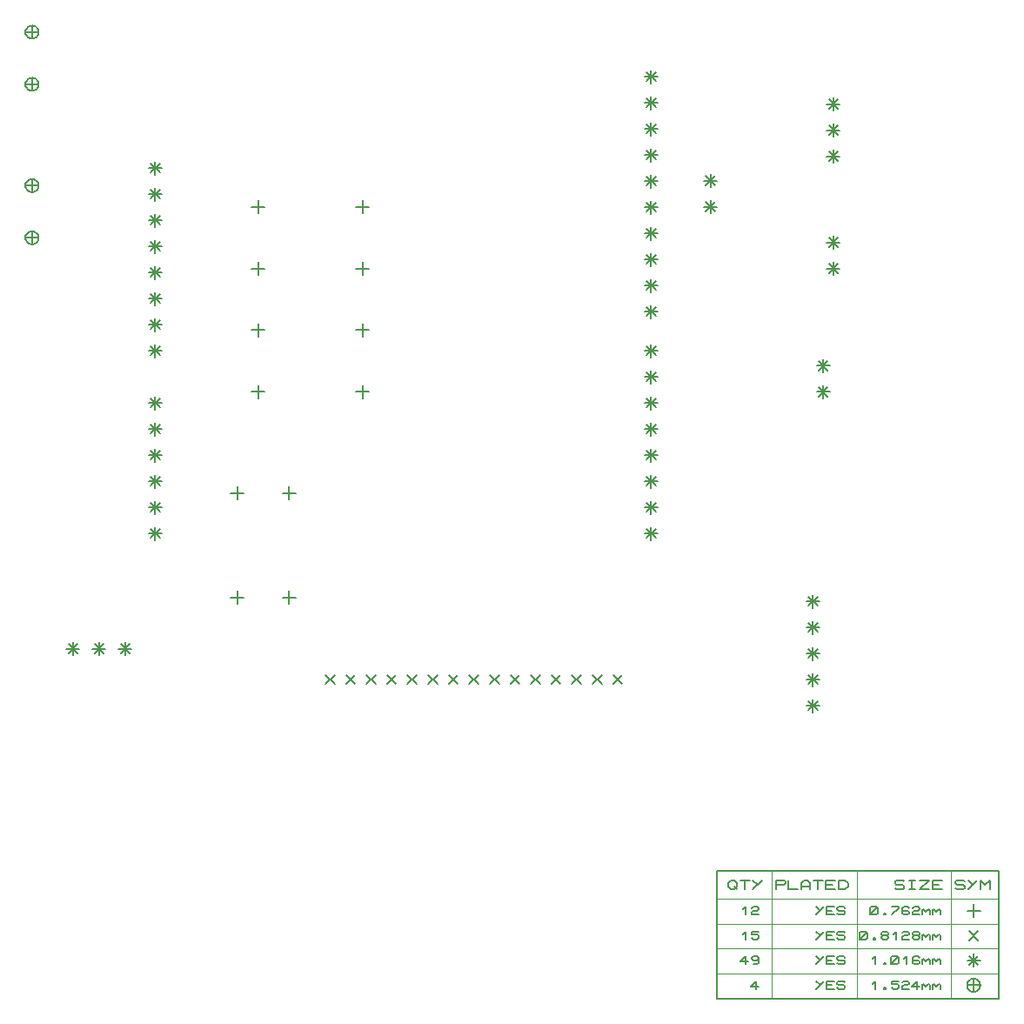
<source format=gbr>
G04 PROTEUS RS274X GERBER FILE*
%FSLAX45Y45*%
%MOMM*%
G01*
%ADD17C,0.203200*%
%ADD18C,0.127000*%
%ADD19C,0.063500*%
D17*
X+2900000Y+6841500D02*
X+2900000Y+6714500D01*
X+2963500Y+6778000D02*
X+2836500Y+6778000D01*
X+2944901Y+6822901D02*
X+2855099Y+6733099D01*
X+2944901Y+6733099D02*
X+2855099Y+6822901D01*
X+2900000Y+6587500D02*
X+2900000Y+6460500D01*
X+2963500Y+6524000D02*
X+2836500Y+6524000D01*
X+2944901Y+6568901D02*
X+2855099Y+6479099D01*
X+2944901Y+6479099D02*
X+2855099Y+6568901D01*
X+2900000Y+6333500D02*
X+2900000Y+6206500D01*
X+2963500Y+6270000D02*
X+2836500Y+6270000D01*
X+2944901Y+6314901D02*
X+2855099Y+6225099D01*
X+2944901Y+6225099D02*
X+2855099Y+6314901D01*
X+2900000Y+6079500D02*
X+2900000Y+5952500D01*
X+2963500Y+6016000D02*
X+2836500Y+6016000D01*
X+2944901Y+6060901D02*
X+2855099Y+5971099D01*
X+2944901Y+5971099D02*
X+2855099Y+6060901D01*
X+2900000Y+5825500D02*
X+2900000Y+5698500D01*
X+2963500Y+5762000D02*
X+2836500Y+5762000D01*
X+2944901Y+5806901D02*
X+2855099Y+5717099D01*
X+2944901Y+5717099D02*
X+2855099Y+5806901D01*
X+2900000Y+5571500D02*
X+2900000Y+5444500D01*
X+2963500Y+5508000D02*
X+2836500Y+5508000D01*
X+2944901Y+5552901D02*
X+2855099Y+5463099D01*
X+2944901Y+5463099D02*
X+2855099Y+5552901D01*
X+2900000Y+5317500D02*
X+2900000Y+5190500D01*
X+2963500Y+5254000D02*
X+2836500Y+5254000D01*
X+2944901Y+5298901D02*
X+2855099Y+5209099D01*
X+2944901Y+5209099D02*
X+2855099Y+5298901D01*
X+2900000Y+5063500D02*
X+2900000Y+4936500D01*
X+2963500Y+5000000D02*
X+2836500Y+5000000D01*
X+2944901Y+5044901D02*
X+2855099Y+4955099D01*
X+2944901Y+4955099D02*
X+2855099Y+5044901D01*
X+2900000Y+4555500D02*
X+2900000Y+4428500D01*
X+2963500Y+4492000D02*
X+2836500Y+4492000D01*
X+2944901Y+4536901D02*
X+2855099Y+4447099D01*
X+2944901Y+4447099D02*
X+2855099Y+4536901D01*
X+2900000Y+4301500D02*
X+2900000Y+4174500D01*
X+2963500Y+4238000D02*
X+2836500Y+4238000D01*
X+2944901Y+4282901D02*
X+2855099Y+4193099D01*
X+2944901Y+4193099D02*
X+2855099Y+4282901D01*
X+2900000Y+4047500D02*
X+2900000Y+3920500D01*
X+2963500Y+3984000D02*
X+2836500Y+3984000D01*
X+2944901Y+4028901D02*
X+2855099Y+3939099D01*
X+2944901Y+3939099D02*
X+2855099Y+4028901D01*
X+2900000Y+3793500D02*
X+2900000Y+3666500D01*
X+2963500Y+3730000D02*
X+2836500Y+3730000D01*
X+2944901Y+3774901D02*
X+2855099Y+3685099D01*
X+2944901Y+3685099D02*
X+2855099Y+3774901D01*
X+2900000Y+3539500D02*
X+2900000Y+3412500D01*
X+2963500Y+3476000D02*
X+2836500Y+3476000D01*
X+2944901Y+3520901D02*
X+2855099Y+3431099D01*
X+2944901Y+3431099D02*
X+2855099Y+3520901D01*
X+2900000Y+3285500D02*
X+2900000Y+3158500D01*
X+2963500Y+3222000D02*
X+2836500Y+3222000D01*
X+2944901Y+3266901D02*
X+2855099Y+3177099D01*
X+2944901Y+3177099D02*
X+2855099Y+3266901D01*
X+7726000Y+3285500D02*
X+7726000Y+3158500D01*
X+7789500Y+3222000D02*
X+7662500Y+3222000D01*
X+7770901Y+3266901D02*
X+7681099Y+3177099D01*
X+7770901Y+3177099D02*
X+7681099Y+3266901D01*
X+7726000Y+3539500D02*
X+7726000Y+3412500D01*
X+7789500Y+3476000D02*
X+7662500Y+3476000D01*
X+7770901Y+3520901D02*
X+7681099Y+3431099D01*
X+7770901Y+3431099D02*
X+7681099Y+3520901D01*
X+7726000Y+3793500D02*
X+7726000Y+3666500D01*
X+7789500Y+3730000D02*
X+7662500Y+3730000D01*
X+7770901Y+3774901D02*
X+7681099Y+3685099D01*
X+7770901Y+3685099D02*
X+7681099Y+3774901D01*
X+7726000Y+4047500D02*
X+7726000Y+3920500D01*
X+7789500Y+3984000D02*
X+7662500Y+3984000D01*
X+7770901Y+4028901D02*
X+7681099Y+3939099D01*
X+7770901Y+3939099D02*
X+7681099Y+4028901D01*
X+7726000Y+4301500D02*
X+7726000Y+4174500D01*
X+7789500Y+4238000D02*
X+7662500Y+4238000D01*
X+7770901Y+4282901D02*
X+7681099Y+4193099D01*
X+7770901Y+4193099D02*
X+7681099Y+4282901D01*
X+7726000Y+4555500D02*
X+7726000Y+4428500D01*
X+7789500Y+4492000D02*
X+7662500Y+4492000D01*
X+7770901Y+4536901D02*
X+7681099Y+4447099D01*
X+7770901Y+4447099D02*
X+7681099Y+4536901D01*
X+7726000Y+4809500D02*
X+7726000Y+4682500D01*
X+7789500Y+4746000D02*
X+7662500Y+4746000D01*
X+7770901Y+4790901D02*
X+7681099Y+4701099D01*
X+7770901Y+4701099D02*
X+7681099Y+4790901D01*
X+7726000Y+5063500D02*
X+7726000Y+4936500D01*
X+7789500Y+5000000D02*
X+7662500Y+5000000D01*
X+7770901Y+5044901D02*
X+7681099Y+4955099D01*
X+7770901Y+4955099D02*
X+7681099Y+5044901D01*
X+7726000Y+5444500D02*
X+7726000Y+5317500D01*
X+7789500Y+5381000D02*
X+7662500Y+5381000D01*
X+7770901Y+5425901D02*
X+7681099Y+5336099D01*
X+7770901Y+5336099D02*
X+7681099Y+5425901D01*
X+7726000Y+5698500D02*
X+7726000Y+5571500D01*
X+7789500Y+5635000D02*
X+7662500Y+5635000D01*
X+7770901Y+5679901D02*
X+7681099Y+5590099D01*
X+7770901Y+5590099D02*
X+7681099Y+5679901D01*
X+7726000Y+5952500D02*
X+7726000Y+5825500D01*
X+7789500Y+5889000D02*
X+7662500Y+5889000D01*
X+7770901Y+5933901D02*
X+7681099Y+5844099D01*
X+7770901Y+5844099D02*
X+7681099Y+5933901D01*
X+7726000Y+6206500D02*
X+7726000Y+6079500D01*
X+7789500Y+6143000D02*
X+7662500Y+6143000D01*
X+7770901Y+6187901D02*
X+7681099Y+6098099D01*
X+7770901Y+6098099D02*
X+7681099Y+6187901D01*
X+7726000Y+6460500D02*
X+7726000Y+6333500D01*
X+7789500Y+6397000D02*
X+7662500Y+6397000D01*
X+7770901Y+6441901D02*
X+7681099Y+6352099D01*
X+7770901Y+6352099D02*
X+7681099Y+6441901D01*
X+7726000Y+6714500D02*
X+7726000Y+6587500D01*
X+7789500Y+6651000D02*
X+7662500Y+6651000D01*
X+7770901Y+6695901D02*
X+7681099Y+6606099D01*
X+7770901Y+6606099D02*
X+7681099Y+6695901D01*
X+7726000Y+6968500D02*
X+7726000Y+6841500D01*
X+7789500Y+6905000D02*
X+7662500Y+6905000D01*
X+7770901Y+6949901D02*
X+7681099Y+6860099D01*
X+7770901Y+6860099D02*
X+7681099Y+6949901D01*
X+7726000Y+7222500D02*
X+7726000Y+7095500D01*
X+7789500Y+7159000D02*
X+7662500Y+7159000D01*
X+7770901Y+7203901D02*
X+7681099Y+7114099D01*
X+7770901Y+7114099D02*
X+7681099Y+7203901D01*
X+7726000Y+7476500D02*
X+7726000Y+7349500D01*
X+7789500Y+7413000D02*
X+7662500Y+7413000D01*
X+7770901Y+7457901D02*
X+7681099Y+7368099D01*
X+7770901Y+7368099D02*
X+7681099Y+7457901D01*
X+7726000Y+7730500D02*
X+7726000Y+7603500D01*
X+7789500Y+7667000D02*
X+7662500Y+7667000D01*
X+7770901Y+7711901D02*
X+7681099Y+7622099D01*
X+7770901Y+7622099D02*
X+7681099Y+7711901D01*
X+1763500Y+7592000D02*
X+1763275Y+7597335D01*
X+1761449Y+7608007D01*
X+1757624Y+7618679D01*
X+1751353Y+7629351D01*
X+1741780Y+7639819D01*
X+1731108Y+7647358D01*
X+1720436Y+7652122D01*
X+1709764Y+7654745D01*
X+1700000Y+7655500D01*
X+1636500Y+7592000D02*
X+1636725Y+7597335D01*
X+1638551Y+7608007D01*
X+1642376Y+7618679D01*
X+1648647Y+7629351D01*
X+1658220Y+7639819D01*
X+1668892Y+7647358D01*
X+1679564Y+7652122D01*
X+1690236Y+7654745D01*
X+1700000Y+7655500D01*
X+1636500Y+7592000D02*
X+1636725Y+7586665D01*
X+1638551Y+7575993D01*
X+1642376Y+7565321D01*
X+1648647Y+7554649D01*
X+1658220Y+7544181D01*
X+1668892Y+7536642D01*
X+1679564Y+7531878D01*
X+1690236Y+7529255D01*
X+1700000Y+7528500D01*
X+1763500Y+7592000D02*
X+1763275Y+7586665D01*
X+1761449Y+7575993D01*
X+1757624Y+7565321D01*
X+1751353Y+7554649D01*
X+1741780Y+7544181D01*
X+1731108Y+7536642D01*
X+1720436Y+7531878D01*
X+1709764Y+7529255D01*
X+1700000Y+7528500D01*
X+1700000Y+7655500D02*
X+1700000Y+7528500D01*
X+1763500Y+7592000D02*
X+1636500Y+7592000D01*
X+1763500Y+8100000D02*
X+1763275Y+8105335D01*
X+1761449Y+8116007D01*
X+1757624Y+8126679D01*
X+1751353Y+8137351D01*
X+1741780Y+8147819D01*
X+1731108Y+8155358D01*
X+1720436Y+8160122D01*
X+1709764Y+8162745D01*
X+1700000Y+8163500D01*
X+1636500Y+8100000D02*
X+1636725Y+8105335D01*
X+1638551Y+8116007D01*
X+1642376Y+8126679D01*
X+1648647Y+8137351D01*
X+1658220Y+8147819D01*
X+1668892Y+8155358D01*
X+1679564Y+8160122D01*
X+1690236Y+8162745D01*
X+1700000Y+8163500D01*
X+1636500Y+8100000D02*
X+1636725Y+8094665D01*
X+1638551Y+8083993D01*
X+1642376Y+8073321D01*
X+1648647Y+8062649D01*
X+1658220Y+8052181D01*
X+1668892Y+8044642D01*
X+1679564Y+8039878D01*
X+1690236Y+8037255D01*
X+1700000Y+8036500D01*
X+1763500Y+8100000D02*
X+1763275Y+8094665D01*
X+1761449Y+8083993D01*
X+1757624Y+8073321D01*
X+1751353Y+8062649D01*
X+1741780Y+8052181D01*
X+1731108Y+8044642D01*
X+1720436Y+8039878D01*
X+1709764Y+8037255D01*
X+1700000Y+8036500D01*
X+1700000Y+8163500D02*
X+1700000Y+8036500D01*
X+1763500Y+8100000D02*
X+1636500Y+8100000D01*
X+1763500Y+6100000D02*
X+1763275Y+6105335D01*
X+1761449Y+6116007D01*
X+1757624Y+6126679D01*
X+1751353Y+6137351D01*
X+1741780Y+6147819D01*
X+1731108Y+6155358D01*
X+1720436Y+6160122D01*
X+1709764Y+6162745D01*
X+1700000Y+6163500D01*
X+1636500Y+6100000D02*
X+1636725Y+6105335D01*
X+1638551Y+6116007D01*
X+1642376Y+6126679D01*
X+1648647Y+6137351D01*
X+1658220Y+6147819D01*
X+1668892Y+6155358D01*
X+1679564Y+6160122D01*
X+1690236Y+6162745D01*
X+1700000Y+6163500D01*
X+1636500Y+6100000D02*
X+1636725Y+6094665D01*
X+1638551Y+6083993D01*
X+1642376Y+6073321D01*
X+1648647Y+6062649D01*
X+1658220Y+6052181D01*
X+1668892Y+6044642D01*
X+1679564Y+6039878D01*
X+1690236Y+6037255D01*
X+1700000Y+6036500D01*
X+1763500Y+6100000D02*
X+1763275Y+6094665D01*
X+1761449Y+6083993D01*
X+1757624Y+6073321D01*
X+1751353Y+6062649D01*
X+1741780Y+6052181D01*
X+1731108Y+6044642D01*
X+1720436Y+6039878D01*
X+1709764Y+6037255D01*
X+1700000Y+6036500D01*
X+1700000Y+6163500D02*
X+1700000Y+6036500D01*
X+1763500Y+6100000D02*
X+1636500Y+6100000D01*
X+1763500Y+6608000D02*
X+1763275Y+6613335D01*
X+1761449Y+6624007D01*
X+1757624Y+6634679D01*
X+1751353Y+6645351D01*
X+1741780Y+6655819D01*
X+1731108Y+6663358D01*
X+1720436Y+6668122D01*
X+1709764Y+6670745D01*
X+1700000Y+6671500D01*
X+1636500Y+6608000D02*
X+1636725Y+6613335D01*
X+1638551Y+6624007D01*
X+1642376Y+6634679D01*
X+1648647Y+6645351D01*
X+1658220Y+6655819D01*
X+1668892Y+6663358D01*
X+1679564Y+6668122D01*
X+1690236Y+6670745D01*
X+1700000Y+6671500D01*
X+1636500Y+6608000D02*
X+1636725Y+6602665D01*
X+1638551Y+6591993D01*
X+1642376Y+6581321D01*
X+1648647Y+6570649D01*
X+1658220Y+6560181D01*
X+1668892Y+6552642D01*
X+1679564Y+6547878D01*
X+1690236Y+6545255D01*
X+1700000Y+6544500D01*
X+1763500Y+6608000D02*
X+1763275Y+6602665D01*
X+1761449Y+6591993D01*
X+1757624Y+6581321D01*
X+1751353Y+6570649D01*
X+1741780Y+6560181D01*
X+1731108Y+6552642D01*
X+1720436Y+6547878D01*
X+1709764Y+6545255D01*
X+1700000Y+6544500D01*
X+1700000Y+6671500D02*
X+1700000Y+6544500D01*
X+1763500Y+6608000D02*
X+1636500Y+6608000D01*
X+9500000Y+6955500D02*
X+9500000Y+6828500D01*
X+9563500Y+6892000D02*
X+9436500Y+6892000D01*
X+9544901Y+6936901D02*
X+9455099Y+6847099D01*
X+9544901Y+6847099D02*
X+9455099Y+6936901D01*
X+9500000Y+7209500D02*
X+9500000Y+7082500D01*
X+9563500Y+7146000D02*
X+9436500Y+7146000D01*
X+9544901Y+7190901D02*
X+9455099Y+7101099D01*
X+9544901Y+7101099D02*
X+9455099Y+7190901D01*
X+9500000Y+7463500D02*
X+9500000Y+7336500D01*
X+9563500Y+7400000D02*
X+9436500Y+7400000D01*
X+9544901Y+7444901D02*
X+9455099Y+7355099D01*
X+9544901Y+7355099D02*
X+9455099Y+7444901D01*
X+9500000Y+6117500D02*
X+9500000Y+5990500D01*
X+9563500Y+6054000D02*
X+9436500Y+6054000D01*
X+9544901Y+6098901D02*
X+9455099Y+6009099D01*
X+9544901Y+6009099D02*
X+9455099Y+6098901D01*
X+9500000Y+5863500D02*
X+9500000Y+5736500D01*
X+9563500Y+5800000D02*
X+9436500Y+5800000D01*
X+9544901Y+5844901D02*
X+9455099Y+5755099D01*
X+9544901Y+5755099D02*
X+9455099Y+5844901D01*
X+9400000Y+4917500D02*
X+9400000Y+4790500D01*
X+9463500Y+4854000D02*
X+9336500Y+4854000D01*
X+9444901Y+4898901D02*
X+9355099Y+4809099D01*
X+9444901Y+4809099D02*
X+9355099Y+4898901D01*
X+9400000Y+4663500D02*
X+9400000Y+4536500D01*
X+9463500Y+4600000D02*
X+9336500Y+4600000D01*
X+9444901Y+4644901D02*
X+9355099Y+4555099D01*
X+9444901Y+4555099D02*
X+9355099Y+4644901D01*
X+8303000Y+6463500D02*
X+8303000Y+6336500D01*
X+8366500Y+6400000D02*
X+8239500Y+6400000D01*
X+8347901Y+6444901D02*
X+8258099Y+6355099D01*
X+8347901Y+6355099D02*
X+8258099Y+6444901D01*
X+8303000Y+6717500D02*
X+8303000Y+6590500D01*
X+8366500Y+6654000D02*
X+8239500Y+6654000D01*
X+8347901Y+6698901D02*
X+8258099Y+6609099D01*
X+8347901Y+6609099D02*
X+8258099Y+6698901D01*
X+7444901Y+1844901D02*
X+7355099Y+1755099D01*
X+7444901Y+1755099D02*
X+7355099Y+1844901D01*
X+7244901Y+1844901D02*
X+7155099Y+1755099D01*
X+7244901Y+1755099D02*
X+7155099Y+1844901D01*
X+7044901Y+1844901D02*
X+6955099Y+1755099D01*
X+7044901Y+1755099D02*
X+6955099Y+1844901D01*
X+6844901Y+1844901D02*
X+6755099Y+1755099D01*
X+6844901Y+1755099D02*
X+6755099Y+1844901D01*
X+6644901Y+1844901D02*
X+6555099Y+1755099D01*
X+6644901Y+1755099D02*
X+6555099Y+1844901D01*
X+6444901Y+1844901D02*
X+6355099Y+1755099D01*
X+6444901Y+1755099D02*
X+6355099Y+1844901D01*
X+6244901Y+1844901D02*
X+6155099Y+1755099D01*
X+6244901Y+1755099D02*
X+6155099Y+1844901D01*
X+6044901Y+1844901D02*
X+5955099Y+1755099D01*
X+6044901Y+1755099D02*
X+5955099Y+1844901D01*
X+5844901Y+1844901D02*
X+5755099Y+1755099D01*
X+5844901Y+1755099D02*
X+5755099Y+1844901D01*
X+5644901Y+1844901D02*
X+5555099Y+1755099D01*
X+5644901Y+1755099D02*
X+5555099Y+1844901D01*
X+5444901Y+1844901D02*
X+5355099Y+1755099D01*
X+5444901Y+1755099D02*
X+5355099Y+1844901D01*
X+5244901Y+1844901D02*
X+5155099Y+1755099D01*
X+5244901Y+1755099D02*
X+5155099Y+1844901D01*
X+5044901Y+1844901D02*
X+4955099Y+1755099D01*
X+5044901Y+1755099D02*
X+4955099Y+1844901D01*
X+4844901Y+1844901D02*
X+4755099Y+1755099D01*
X+4844901Y+1755099D02*
X+4755099Y+1844901D01*
X+4644901Y+1844901D02*
X+4555099Y+1755099D01*
X+4644901Y+1755099D02*
X+4555099Y+1844901D01*
X+2100000Y+2163500D02*
X+2100000Y+2036500D01*
X+2163500Y+2100000D02*
X+2036500Y+2100000D01*
X+2144901Y+2144901D02*
X+2055099Y+2055099D01*
X+2144901Y+2055099D02*
X+2055099Y+2144901D01*
X+2354000Y+2163500D02*
X+2354000Y+2036500D01*
X+2417500Y+2100000D02*
X+2290500Y+2100000D01*
X+2398901Y+2144901D02*
X+2309099Y+2055099D01*
X+2398901Y+2055099D02*
X+2309099Y+2144901D01*
X+2608000Y+2163500D02*
X+2608000Y+2036500D01*
X+2671500Y+2100000D02*
X+2544500Y+2100000D01*
X+2652901Y+2144901D02*
X+2563099Y+2055099D01*
X+2652901Y+2055099D02*
X+2563099Y+2144901D01*
X+4916000Y+5263500D02*
X+4916000Y+5136500D01*
X+4979500Y+5200000D02*
X+4852500Y+5200000D01*
X+3900000Y+5263500D02*
X+3900000Y+5136500D01*
X+3963500Y+5200000D02*
X+3836500Y+5200000D01*
X+3700000Y+3679500D02*
X+3700000Y+3552500D01*
X+3763500Y+3616000D02*
X+3636500Y+3616000D01*
X+3700000Y+2663500D02*
X+3700000Y+2536500D01*
X+3763500Y+2600000D02*
X+3636500Y+2600000D01*
X+4200000Y+3679500D02*
X+4200000Y+3552500D01*
X+4263500Y+3616000D02*
X+4136500Y+3616000D01*
X+4200000Y+2663500D02*
X+4200000Y+2536500D01*
X+4263500Y+2600000D02*
X+4136500Y+2600000D01*
X+4916000Y+6463500D02*
X+4916000Y+6336500D01*
X+4979500Y+6400000D02*
X+4852500Y+6400000D01*
X+3900000Y+6463500D02*
X+3900000Y+6336500D01*
X+3963500Y+6400000D02*
X+3836500Y+6400000D01*
X+3900000Y+5863500D02*
X+3900000Y+5736500D01*
X+3963500Y+5800000D02*
X+3836500Y+5800000D01*
X+4916000Y+5863500D02*
X+4916000Y+5736500D01*
X+4979500Y+5800000D02*
X+4852500Y+5800000D01*
X+3900000Y+4663500D02*
X+3900000Y+4536500D01*
X+3963500Y+4600000D02*
X+3836500Y+4600000D01*
X+4916000Y+4663500D02*
X+4916000Y+4536500D01*
X+4979500Y+4600000D02*
X+4852500Y+4600000D01*
X+9300000Y+2625500D02*
X+9300000Y+2498500D01*
X+9363500Y+2562000D02*
X+9236500Y+2562000D01*
X+9344901Y+2606901D02*
X+9255099Y+2517099D01*
X+9344901Y+2517099D02*
X+9255099Y+2606901D01*
X+9300000Y+2371500D02*
X+9300000Y+2244500D01*
X+9363500Y+2308000D02*
X+9236500Y+2308000D01*
X+9344901Y+2352901D02*
X+9255099Y+2263099D01*
X+9344901Y+2263099D02*
X+9255099Y+2352901D01*
X+9300000Y+2117500D02*
X+9300000Y+1990500D01*
X+9363500Y+2054000D02*
X+9236500Y+2054000D01*
X+9344901Y+2098901D02*
X+9255099Y+2009099D01*
X+9344901Y+2009099D02*
X+9255099Y+2098901D01*
X+9300000Y+1863500D02*
X+9300000Y+1736500D01*
X+9363500Y+1800000D02*
X+9236500Y+1800000D01*
X+9344901Y+1844901D02*
X+9255099Y+1755099D01*
X+9344901Y+1755099D02*
X+9255099Y+1844901D01*
X+9300000Y+1609500D02*
X+9300000Y+1482500D01*
X+9363500Y+1546000D02*
X+9236500Y+1546000D01*
X+9344901Y+1590901D02*
X+9255099Y+1501099D01*
X+9344901Y+1501099D02*
X+9255099Y+1590901D01*
D18*
X+8364420Y-1308760D02*
X+11110160Y-1308760D01*
X+11110160Y-64160D01*
X+8364420Y-64160D01*
X+8364420Y-1308760D01*
D19*
X+10642798Y-64160D02*
X+10642798Y-1308760D01*
X+9728398Y-64160D02*
X+9728398Y-1308760D01*
X+8895278Y-64160D02*
X+8895278Y-1308760D01*
X+11110160Y-337210D02*
X+8364420Y-337210D01*
X+11110160Y-578510D02*
X+8364420Y-578510D01*
X+11110160Y-819810D02*
X+8364420Y-819810D01*
X+11110160Y-1061110D02*
X+8364420Y-1061110D01*
D18*
X+10687250Y-227990D02*
X+10702490Y-243230D01*
X+10763450Y-243230D01*
X+10778690Y-227990D01*
X+10778690Y-212750D01*
X+10763450Y-197510D01*
X+10702490Y-197510D01*
X+10687250Y-182270D01*
X+10687250Y-167030D01*
X+10702490Y-151790D01*
X+10763450Y-151790D01*
X+10778690Y-167030D01*
X+10900610Y-151790D02*
X+10809170Y-243230D01*
X+10809170Y-151790D02*
X+10854890Y-197510D01*
X+10931090Y-243230D02*
X+10931090Y-151790D01*
X+10976810Y-197510D01*
X+11022530Y-151790D01*
X+11022530Y-243230D01*
X+10097970Y-227990D02*
X+10113210Y-243230D01*
X+10174170Y-243230D01*
X+10189410Y-227990D01*
X+10189410Y-212750D01*
X+10174170Y-197510D01*
X+10113210Y-197510D01*
X+10097970Y-182270D01*
X+10097970Y-167030D01*
X+10113210Y-151790D01*
X+10174170Y-151790D01*
X+10189410Y-167030D01*
X+10235130Y-151790D02*
X+10296090Y-151790D01*
X+10265610Y-151790D02*
X+10265610Y-243230D01*
X+10235130Y-243230D02*
X+10296090Y-243230D01*
X+10341810Y-151790D02*
X+10433250Y-151790D01*
X+10341810Y-243230D01*
X+10433250Y-243230D01*
X+10555170Y-243230D02*
X+10463730Y-243230D01*
X+10463730Y-151790D01*
X+10555170Y-151790D01*
X+10463730Y-197510D02*
X+10524690Y-197510D01*
X+8939730Y-243230D02*
X+8939730Y-151790D01*
X+9015930Y-151790D01*
X+9031170Y-167030D01*
X+9031170Y-182270D01*
X+9015930Y-197510D01*
X+8939730Y-197510D01*
X+9061650Y-151790D02*
X+9061650Y-243230D01*
X+9153090Y-243230D01*
X+9183570Y-243230D02*
X+9183570Y-182270D01*
X+9214050Y-151790D01*
X+9244530Y-151790D01*
X+9275010Y-182270D01*
X+9275010Y-243230D01*
X+9183570Y-212750D02*
X+9275010Y-212750D01*
X+9305490Y-151790D02*
X+9396930Y-151790D01*
X+9351210Y-151790D02*
X+9351210Y-243230D01*
X+9518850Y-243230D02*
X+9427410Y-243230D01*
X+9427410Y-151790D01*
X+9518850Y-151790D01*
X+9427410Y-197510D02*
X+9488370Y-197510D01*
X+9549330Y-243230D02*
X+9549330Y-151790D01*
X+9610290Y-151790D01*
X+9640770Y-182270D01*
X+9640770Y-212750D01*
X+9610290Y-243230D01*
X+9549330Y-243230D01*
X+8472370Y-182270D02*
X+8502850Y-151790D01*
X+8533330Y-151790D01*
X+8563810Y-182270D01*
X+8563810Y-212750D01*
X+8533330Y-243230D01*
X+8502850Y-243230D01*
X+8472370Y-212750D01*
X+8472370Y-182270D01*
X+8533330Y-212750D02*
X+8563810Y-243230D01*
X+8594290Y-151790D02*
X+8685730Y-151790D01*
X+8640010Y-151790D02*
X+8640010Y-243230D01*
X+8807650Y-151790D02*
X+8716210Y-243230D01*
X+8716210Y-151790D02*
X+8761930Y-197510D01*
D17*
X+10863780Y-388010D02*
X+10863780Y-515010D01*
X+10927280Y-451510D02*
X+10800280Y-451510D01*
D18*
X+9855400Y-476910D02*
X+9855400Y-426110D01*
X+9868100Y-413410D01*
X+9918900Y-413410D01*
X+9931600Y-426110D01*
X+9931600Y-476910D01*
X+9918900Y-489610D01*
X+9868100Y-489610D01*
X+9855400Y-476910D01*
X+9855400Y-489610D02*
X+9931600Y-413410D01*
X+9995100Y-476910D02*
X+10007800Y-476910D01*
X+10007800Y-489610D01*
X+9995100Y-489610D01*
X+9995100Y-476910D01*
X+10071300Y-413410D02*
X+10134800Y-413410D01*
X+10134800Y-426110D01*
X+10071300Y-489610D01*
X+10236400Y-426110D02*
X+10223700Y-413410D01*
X+10185600Y-413410D01*
X+10172900Y-426110D01*
X+10172900Y-476910D01*
X+10185600Y-489610D01*
X+10223700Y-489610D01*
X+10236400Y-476910D01*
X+10236400Y-464210D01*
X+10223700Y-451510D01*
X+10172900Y-451510D01*
X+10274500Y-426110D02*
X+10287200Y-413410D01*
X+10325300Y-413410D01*
X+10338000Y-426110D01*
X+10338000Y-438810D01*
X+10325300Y-451510D01*
X+10287200Y-451510D01*
X+10274500Y-464210D01*
X+10274500Y-489610D01*
X+10338000Y-489610D01*
X+10363400Y-489610D02*
X+10363400Y-438810D01*
X+10363400Y-451510D02*
X+10376100Y-438810D01*
X+10401500Y-464210D01*
X+10426900Y-438810D01*
X+10439600Y-451510D01*
X+10439600Y-489610D01*
X+10465000Y-489610D02*
X+10465000Y-438810D01*
X+10465000Y-451510D02*
X+10477700Y-438810D01*
X+10503100Y-464210D01*
X+10528500Y-438810D01*
X+10541200Y-451510D01*
X+10541200Y-489610D01*
X+9410900Y-413410D02*
X+9334700Y-489610D01*
X+9334700Y-413410D02*
X+9372800Y-451510D01*
X+9512500Y-489610D02*
X+9436300Y-489610D01*
X+9436300Y-413410D01*
X+9512500Y-413410D01*
X+9436300Y-451510D02*
X+9487100Y-451510D01*
X+9537900Y-476910D02*
X+9550600Y-489610D01*
X+9601400Y-489610D01*
X+9614100Y-476910D01*
X+9614100Y-464210D01*
X+9601400Y-451510D01*
X+9550600Y-451510D01*
X+9537900Y-438810D01*
X+9537900Y-426110D01*
X+9550600Y-413410D01*
X+9601400Y-413410D01*
X+9614100Y-426110D01*
X+8615880Y-438810D02*
X+8641280Y-413410D01*
X+8641280Y-489610D01*
X+8704780Y-426110D02*
X+8717480Y-413410D01*
X+8755580Y-413410D01*
X+8768280Y-426110D01*
X+8768280Y-438810D01*
X+8755580Y-451510D01*
X+8717480Y-451510D01*
X+8704780Y-464210D01*
X+8704780Y-489610D01*
X+8768280Y-489610D01*
D17*
X+10908681Y-647909D02*
X+10818879Y-737711D01*
X+10908681Y-737711D02*
X+10818879Y-647909D01*
D18*
X+9753800Y-718210D02*
X+9753800Y-667410D01*
X+9766500Y-654710D01*
X+9817300Y-654710D01*
X+9830000Y-667410D01*
X+9830000Y-718210D01*
X+9817300Y-730910D01*
X+9766500Y-730910D01*
X+9753800Y-718210D01*
X+9753800Y-730910D02*
X+9830000Y-654710D01*
X+9893500Y-718210D02*
X+9906200Y-718210D01*
X+9906200Y-730910D01*
X+9893500Y-730910D01*
X+9893500Y-718210D01*
X+9982400Y-692810D02*
X+9969700Y-680110D01*
X+9969700Y-667410D01*
X+9982400Y-654710D01*
X+10020500Y-654710D01*
X+10033200Y-667410D01*
X+10033200Y-680110D01*
X+10020500Y-692810D01*
X+9982400Y-692810D01*
X+9969700Y-705510D01*
X+9969700Y-718210D01*
X+9982400Y-730910D01*
X+10020500Y-730910D01*
X+10033200Y-718210D01*
X+10033200Y-705510D01*
X+10020500Y-692810D01*
X+10084000Y-680110D02*
X+10109400Y-654710D01*
X+10109400Y-730910D01*
X+10172900Y-667410D02*
X+10185600Y-654710D01*
X+10223700Y-654710D01*
X+10236400Y-667410D01*
X+10236400Y-680110D01*
X+10223700Y-692810D01*
X+10185600Y-692810D01*
X+10172900Y-705510D01*
X+10172900Y-730910D01*
X+10236400Y-730910D01*
X+10287200Y-692810D02*
X+10274500Y-680110D01*
X+10274500Y-667410D01*
X+10287200Y-654710D01*
X+10325300Y-654710D01*
X+10338000Y-667410D01*
X+10338000Y-680110D01*
X+10325300Y-692810D01*
X+10287200Y-692810D01*
X+10274500Y-705510D01*
X+10274500Y-718210D01*
X+10287200Y-730910D01*
X+10325300Y-730910D01*
X+10338000Y-718210D01*
X+10338000Y-705510D01*
X+10325300Y-692810D01*
X+10363400Y-730910D02*
X+10363400Y-680110D01*
X+10363400Y-692810D02*
X+10376100Y-680110D01*
X+10401500Y-705510D01*
X+10426900Y-680110D01*
X+10439600Y-692810D01*
X+10439600Y-730910D01*
X+10465000Y-730910D02*
X+10465000Y-680110D01*
X+10465000Y-692810D02*
X+10477700Y-680110D01*
X+10503100Y-705510D01*
X+10528500Y-680110D01*
X+10541200Y-692810D01*
X+10541200Y-730910D01*
X+9410900Y-654710D02*
X+9334700Y-730910D01*
X+9334700Y-654710D02*
X+9372800Y-692810D01*
X+9512500Y-730910D02*
X+9436300Y-730910D01*
X+9436300Y-654710D01*
X+9512500Y-654710D01*
X+9436300Y-692810D02*
X+9487100Y-692810D01*
X+9537900Y-718210D02*
X+9550600Y-730910D01*
X+9601400Y-730910D01*
X+9614100Y-718210D01*
X+9614100Y-705510D01*
X+9601400Y-692810D01*
X+9550600Y-692810D01*
X+9537900Y-680110D01*
X+9537900Y-667410D01*
X+9550600Y-654710D01*
X+9601400Y-654710D01*
X+9614100Y-667410D01*
X+8615880Y-680110D02*
X+8641280Y-654710D01*
X+8641280Y-730910D01*
X+8768280Y-654710D02*
X+8704780Y-654710D01*
X+8704780Y-680110D01*
X+8755580Y-680110D01*
X+8768280Y-692810D01*
X+8768280Y-718210D01*
X+8755580Y-730910D01*
X+8717480Y-730910D01*
X+8704780Y-718210D01*
D17*
X+10863780Y-870610D02*
X+10863780Y-997610D01*
X+10927280Y-934110D02*
X+10800280Y-934110D01*
X+10908681Y-889209D02*
X+10818879Y-979011D01*
X+10908681Y-979011D02*
X+10818879Y-889209D01*
D18*
X+9880800Y-921410D02*
X+9906200Y-896010D01*
X+9906200Y-972210D01*
X+9995100Y-959510D02*
X+10007800Y-959510D01*
X+10007800Y-972210D01*
X+9995100Y-972210D01*
X+9995100Y-959510D01*
X+10058600Y-959510D02*
X+10058600Y-908710D01*
X+10071300Y-896010D01*
X+10122100Y-896010D01*
X+10134800Y-908710D01*
X+10134800Y-959510D01*
X+10122100Y-972210D01*
X+10071300Y-972210D01*
X+10058600Y-959510D01*
X+10058600Y-972210D02*
X+10134800Y-896010D01*
X+10185600Y-921410D02*
X+10211000Y-896010D01*
X+10211000Y-972210D01*
X+10338000Y-908710D02*
X+10325300Y-896010D01*
X+10287200Y-896010D01*
X+10274500Y-908710D01*
X+10274500Y-959510D01*
X+10287200Y-972210D01*
X+10325300Y-972210D01*
X+10338000Y-959510D01*
X+10338000Y-946810D01*
X+10325300Y-934110D01*
X+10274500Y-934110D01*
X+10363400Y-972210D02*
X+10363400Y-921410D01*
X+10363400Y-934110D02*
X+10376100Y-921410D01*
X+10401500Y-946810D01*
X+10426900Y-921410D01*
X+10439600Y-934110D01*
X+10439600Y-972210D01*
X+10465000Y-972210D02*
X+10465000Y-921410D01*
X+10465000Y-934110D02*
X+10477700Y-921410D01*
X+10503100Y-946810D01*
X+10528500Y-921410D01*
X+10541200Y-934110D01*
X+10541200Y-972210D01*
X+9410900Y-896010D02*
X+9334700Y-972210D01*
X+9334700Y-896010D02*
X+9372800Y-934110D01*
X+9512500Y-972210D02*
X+9436300Y-972210D01*
X+9436300Y-896010D01*
X+9512500Y-896010D01*
X+9436300Y-934110D02*
X+9487100Y-934110D01*
X+9537900Y-959510D02*
X+9550600Y-972210D01*
X+9601400Y-972210D01*
X+9614100Y-959510D01*
X+9614100Y-946810D01*
X+9601400Y-934110D01*
X+9550600Y-934110D01*
X+9537900Y-921410D01*
X+9537900Y-908710D01*
X+9550600Y-896010D01*
X+9601400Y-896010D01*
X+9614100Y-908710D01*
X+8666680Y-946810D02*
X+8590480Y-946810D01*
X+8641280Y-896010D01*
X+8641280Y-972210D01*
X+8768280Y-921410D02*
X+8755580Y-934110D01*
X+8717480Y-934110D01*
X+8704780Y-921410D01*
X+8704780Y-908710D01*
X+8717480Y-896010D01*
X+8755580Y-896010D01*
X+8768280Y-908710D01*
X+8768280Y-959510D01*
X+8755580Y-972210D01*
X+8717480Y-972210D01*
D17*
X+10927280Y-1175410D02*
X+10927055Y-1170075D01*
X+10925229Y-1159403D01*
X+10921404Y-1148731D01*
X+10915133Y-1138059D01*
X+10905560Y-1127591D01*
X+10894888Y-1120052D01*
X+10884216Y-1115288D01*
X+10873544Y-1112665D01*
X+10863780Y-1111910D01*
X+10800280Y-1175410D02*
X+10800505Y-1170075D01*
X+10802331Y-1159403D01*
X+10806156Y-1148731D01*
X+10812427Y-1138059D01*
X+10822000Y-1127591D01*
X+10832672Y-1120052D01*
X+10843344Y-1115288D01*
X+10854016Y-1112665D01*
X+10863780Y-1111910D01*
X+10800280Y-1175410D02*
X+10800505Y-1180745D01*
X+10802331Y-1191417D01*
X+10806156Y-1202089D01*
X+10812427Y-1212761D01*
X+10822000Y-1223229D01*
X+10832672Y-1230768D01*
X+10843344Y-1235532D01*
X+10854016Y-1238155D01*
X+10863780Y-1238910D01*
X+10927280Y-1175410D02*
X+10927055Y-1180745D01*
X+10925229Y-1191417D01*
X+10921404Y-1202089D01*
X+10915133Y-1212761D01*
X+10905560Y-1223229D01*
X+10894888Y-1230768D01*
X+10884216Y-1235532D01*
X+10873544Y-1238155D01*
X+10863780Y-1238910D01*
X+10863780Y-1111910D02*
X+10863780Y-1238910D01*
X+10927280Y-1175410D02*
X+10800280Y-1175410D01*
D18*
X+9880800Y-1162710D02*
X+9906200Y-1137310D01*
X+9906200Y-1213510D01*
X+9995100Y-1200810D02*
X+10007800Y-1200810D01*
X+10007800Y-1213510D01*
X+9995100Y-1213510D01*
X+9995100Y-1200810D01*
X+10134800Y-1137310D02*
X+10071300Y-1137310D01*
X+10071300Y-1162710D01*
X+10122100Y-1162710D01*
X+10134800Y-1175410D01*
X+10134800Y-1200810D01*
X+10122100Y-1213510D01*
X+10084000Y-1213510D01*
X+10071300Y-1200810D01*
X+10172900Y-1150010D02*
X+10185600Y-1137310D01*
X+10223700Y-1137310D01*
X+10236400Y-1150010D01*
X+10236400Y-1162710D01*
X+10223700Y-1175410D01*
X+10185600Y-1175410D01*
X+10172900Y-1188110D01*
X+10172900Y-1213510D01*
X+10236400Y-1213510D01*
X+10338000Y-1188110D02*
X+10261800Y-1188110D01*
X+10312600Y-1137310D01*
X+10312600Y-1213510D01*
X+10363400Y-1213510D02*
X+10363400Y-1162710D01*
X+10363400Y-1175410D02*
X+10376100Y-1162710D01*
X+10401500Y-1188110D01*
X+10426900Y-1162710D01*
X+10439600Y-1175410D01*
X+10439600Y-1213510D01*
X+10465000Y-1213510D02*
X+10465000Y-1162710D01*
X+10465000Y-1175410D02*
X+10477700Y-1162710D01*
X+10503100Y-1188110D01*
X+10528500Y-1162710D01*
X+10541200Y-1175410D01*
X+10541200Y-1213510D01*
X+9410900Y-1137310D02*
X+9334700Y-1213510D01*
X+9334700Y-1137310D02*
X+9372800Y-1175410D01*
X+9512500Y-1213510D02*
X+9436300Y-1213510D01*
X+9436300Y-1137310D01*
X+9512500Y-1137310D01*
X+9436300Y-1175410D02*
X+9487100Y-1175410D01*
X+9537900Y-1200810D02*
X+9550600Y-1213510D01*
X+9601400Y-1213510D01*
X+9614100Y-1200810D01*
X+9614100Y-1188110D01*
X+9601400Y-1175410D01*
X+9550600Y-1175410D01*
X+9537900Y-1162710D01*
X+9537900Y-1150010D01*
X+9550600Y-1137310D01*
X+9601400Y-1137310D01*
X+9614100Y-1150010D01*
X+8768280Y-1188110D02*
X+8692080Y-1188110D01*
X+8742880Y-1137310D01*
X+8742880Y-1213510D01*
M02*

</source>
